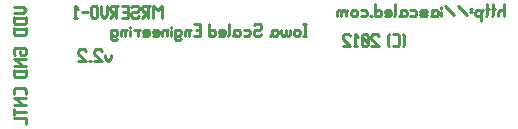
<source format=gbr>
G04 start of page 8 for group -4078 idx -4078 *
G04 Title: (unknown), bottomsilk *
G04 Creator: pcb 20110918 *
G04 CreationDate: Tue 05 Feb 2013 02:58:24 AM GMT UTC *
G04 For: railfan *
G04 Format: Gerber/RS-274X *
G04 PCB-Dimensions: 170000 48000 *
G04 PCB-Coordinate-Origin: lower left *
%MOIN*%
%FSLAX25Y25*%
%LNBOTTOMSILK*%
%ADD63C,0.0100*%
G54D63*X53000Y39500D02*Y43500D01*
X51500Y42000D01*
X50000Y43500D01*
Y39500D02*Y43500D01*
X46800D02*X48800D01*
X46800D02*X46300Y43000D01*
Y42000D02*Y43000D01*
X46800Y41500D02*X46300Y42000D01*
X46800Y41500D02*X48300D01*
Y39500D02*Y43500D01*
Y41500D02*X46300Y39500D01*
X43100Y43500D02*X42600Y43000D01*
X43100Y43500D02*X44600D01*
X45100Y43000D02*X44600Y43500D01*
X45100Y42000D02*Y43000D01*
Y42000D02*X44600Y41500D01*
X43100D02*X44600D01*
X43100D02*X42600Y41000D01*
Y40000D02*Y41000D01*
X43100Y39500D02*X42600Y40000D01*
X43100Y39500D02*X44600D01*
X45100Y40000D02*X44600Y39500D01*
X39900Y41500D02*X41400D01*
X39400Y39500D02*X41400D01*
Y43500D01*
X39400D02*X41400D01*
X36200D02*X38200D01*
X36200D02*X35700Y43000D01*
Y42000D02*Y43000D01*
X36200Y41500D02*X35700Y42000D01*
X36200Y41500D02*X37700D01*
Y39500D02*Y43500D01*
Y41500D02*X35700Y39500D01*
X34500Y40500D02*Y43500D01*
Y40500D02*X33500Y39500D01*
X32500Y40500D01*
Y43500D01*
X31300Y40000D02*Y43000D01*
X30800Y43500D01*
X29800D02*X30800D01*
X29800D02*X29300Y43000D01*
Y40000D02*Y43000D01*
X29800Y39500D02*X29300Y40000D01*
X29800Y39500D02*X30800D01*
X31300Y40000D02*X30800Y39500D01*
X26100Y41500D02*X28100D01*
X23400Y39500D02*X24400D01*
X23900D02*Y43500D01*
X24900Y42500D02*X23900Y43500D01*
X36000Y26000D02*Y27000D01*
Y26000D02*X35000Y25000D01*
X34000Y26000D01*
Y27000D01*
X32800Y28500D02*X32300Y29000D01*
X30800D02*X32300D01*
X30800D02*X30300Y28500D01*
Y27500D02*Y28500D01*
X32800Y25000D02*X30300Y27500D01*
Y25000D02*X32800D01*
X28600D02*X29100D01*
X27400Y28500D02*X26900Y29000D01*
X25400D02*X26900D01*
X25400D02*X24900Y28500D01*
Y27500D02*Y28500D01*
X27400Y25000D02*X24900Y27500D01*
Y25000D02*X27400D01*
X3500Y43000D02*X6500D01*
X7500Y42000D01*
X6500Y41000D01*
X3500D02*X6500D01*
X3500Y39300D02*X7500D01*
X3500Y37800D02*X4000Y37300D01*
X7000D01*
X7500Y37800D02*X7000Y37300D01*
X7500Y37800D02*Y39800D01*
X3500Y37800D02*Y39800D01*
Y35600D02*X7500D01*
X3500Y34100D02*X4000Y33600D01*
X7000D01*
X7500Y34100D02*X7000Y33600D01*
X7500Y34100D02*Y36100D01*
X3500Y34100D02*Y36100D01*
Y27500D02*X4000Y27000D01*
X3500Y27500D02*Y29000D01*
X4000Y29500D02*X3500Y29000D01*
X4000Y29500D02*X7000D01*
X7500Y29000D01*
Y27500D02*Y29000D01*
Y27500D02*X7000Y27000D01*
X6000D02*X7000D01*
X5500Y27500D02*X6000Y27000D01*
X5500Y27500D02*Y28500D01*
X3500Y25800D02*X7500D01*
X3500D02*X4000D01*
X6500Y23300D01*
X3500D02*X7500D01*
X3500Y21600D02*X7500D01*
X3500Y20100D02*X4000Y19600D01*
X7000D01*
X7500Y20100D02*X7000Y19600D01*
X7500Y20100D02*Y22100D01*
X3500Y20100D02*Y22100D01*
X7500Y14000D02*Y15500D01*
X7000Y16000D02*X7500Y15500D01*
X4000Y16000D02*X7000D01*
X4000D02*X3500Y15500D01*
Y14000D02*Y15500D01*
Y12800D02*X7500D01*
X3500D02*X4000D01*
X6500Y10300D01*
X3500D02*X7500D01*
X3500Y7100D02*Y9100D01*
Y8100D02*X7500D01*
X3500Y5900D02*X7500D01*
Y3900D02*Y5900D01*
X100000Y37500D02*X101000D01*
X100500Y33500D02*Y37500D01*
X100000Y33500D02*X101000D01*
X98800Y34000D02*Y35000D01*
X98300Y35500D01*
X97300D02*X98300D01*
X97300D02*X96800Y35000D01*
Y34000D02*Y35000D01*
X97300Y33500D02*X96800Y34000D01*
X97300Y33500D02*X98300D01*
X98800Y34000D02*X98300Y33500D01*
X95600Y34000D02*Y35500D01*
Y34000D02*X95100Y33500D01*
X94600D02*X95100D01*
X94600D02*X94100Y34000D01*
Y35500D01*
Y34000D02*X93600Y33500D01*
X93100D02*X93600D01*
X93100D02*X92600Y34000D01*
Y35500D01*
X89900D02*X89400Y35000D01*
X89900Y35500D02*X90900D01*
X91400Y35000D02*X90900Y35500D01*
X91400Y34000D02*Y35000D01*
Y34000D02*X90900Y33500D01*
X89400Y34000D02*Y35500D01*
Y34000D02*X88900Y33500D01*
X89900D02*X90900D01*
X89900D02*X89400Y34000D01*
X83900Y37500D02*X83400Y37000D01*
X83900Y37500D02*X85400D01*
X85900Y37000D02*X85400Y37500D01*
X85900Y36000D02*Y37000D01*
Y36000D02*X85400Y35500D01*
X83900D02*X85400D01*
X83900D02*X83400Y35000D01*
Y34000D02*Y35000D01*
X83900Y33500D02*X83400Y34000D01*
X83900Y33500D02*X85400D01*
X85900Y34000D02*X85400Y33500D01*
X80200Y35500D02*X81700D01*
X82200Y35000D02*X81700Y35500D01*
X82200Y34000D02*Y35000D01*
Y34000D02*X81700Y33500D01*
X80200D02*X81700D01*
X77500Y35500D02*X77000Y35000D01*
X77500Y35500D02*X78500D01*
X79000Y35000D02*X78500Y35500D01*
X79000Y34000D02*Y35000D01*
Y34000D02*X78500Y33500D01*
X77000Y34000D02*Y35500D01*
Y34000D02*X76500Y33500D01*
X77500D02*X78500D01*
X77500D02*X77000Y34000D01*
X75300D02*Y37500D01*
Y34000D02*X74800Y33500D01*
X71800D02*X73300D01*
X73800Y34000D02*X73300Y33500D01*
X73800Y34000D02*Y35000D01*
X73300Y35500D01*
X72300D02*X73300D01*
X72300D02*X71800Y35000D01*
Y34500D02*X73800D01*
X71800D02*Y35000D01*
X68600Y33500D02*Y37500D01*
X69100Y33500D02*X68600Y34000D01*
X69100Y33500D02*X70100D01*
X70600Y34000D02*X70100Y33500D01*
X70600Y34000D02*Y35000D01*
X70100Y35500D01*
X69100D02*X70100D01*
X69100D02*X68600Y35000D01*
X64100Y35500D02*X65600D01*
X63600Y33500D02*X65600D01*
Y37500D01*
X63600D02*X65600D01*
X61900Y33500D02*Y35000D01*
X61400Y35500D01*
X60900D02*X61400D01*
X60900D02*X60400Y35000D01*
Y33500D02*Y35000D01*
X62400Y35500D02*X61900Y35000D01*
X57700Y35500D02*X57200Y35000D01*
X57700Y35500D02*X58700D01*
X59200Y35000D02*X58700Y35500D01*
X59200Y34000D02*Y35000D01*
Y34000D02*X58700Y33500D01*
X57700D02*X58700D01*
X57700D02*X57200Y34000D01*
X59200Y32500D02*X58700Y32000D01*
X57700D02*X58700D01*
X57700D02*X57200Y32500D01*
Y35500D01*
X56000Y36000D02*Y36500D01*
Y33500D02*Y35000D01*
X54500Y33500D02*Y35000D01*
X54000Y35500D01*
X53500D02*X54000D01*
X53500D02*X53000Y35000D01*
Y33500D02*Y35000D01*
X55000Y35500D02*X54500Y35000D01*
X49800Y33500D02*X51300D01*
X51800Y34000D02*X51300Y33500D01*
X51800Y34000D02*Y35000D01*
X51300Y35500D01*
X50300D02*X51300D01*
X50300D02*X49800Y35000D01*
Y34500D02*X51800D01*
X49800D02*Y35000D01*
X46600Y33500D02*X48100D01*
X48600Y34000D02*X48100Y33500D01*
X48600Y34000D02*Y35000D01*
X48100Y35500D01*
X47100D02*X48100D01*
X47100D02*X46600Y35000D01*
Y34500D02*X48600D01*
X46600D02*Y35000D01*
X44900Y33500D02*Y35000D01*
X44400Y35500D01*
X43400D02*X44400D01*
X45400D02*X44900Y35000D01*
X42200Y36000D02*Y36500D01*
Y33500D02*Y35000D01*
X40700Y33500D02*Y35000D01*
X40200Y35500D01*
X39700D02*X40200D01*
X39700D02*X39200Y35000D01*
Y33500D02*Y35000D01*
X41200Y35500D02*X40700Y35000D01*
X36500Y35500D02*X36000Y35000D01*
X36500Y35500D02*X37500D01*
X38000Y35000D02*X37500Y35500D01*
X38000Y34000D02*Y35000D01*
Y34000D02*X37500Y33500D01*
X36500D02*X37500D01*
X36500D02*X36000Y34000D01*
X38000Y32500D02*X37500Y32000D01*
X36500D02*X37500D01*
X36500D02*X36000Y32500D01*
Y35500D01*
X167000Y40000D02*Y44000D01*
Y41500D02*X166500Y42000D01*
X165500D02*X166500D01*
X165500D02*X165000Y41500D01*
Y40000D02*Y41500D01*
X163300Y40500D02*Y44000D01*
Y40500D02*X162800Y40000D01*
Y42500D02*X163800D01*
X161300Y40500D02*Y44000D01*
Y40500D02*X160800Y40000D01*
Y42500D02*X161800D01*
X159300Y38500D02*Y41500D01*
X159800Y42000D02*X159300Y41500D01*
X158800Y42000D01*
X157800D02*X158800D01*
X157800D02*X157300Y41500D01*
Y40500D02*Y41500D01*
X157800Y40000D02*X157300Y40500D01*
X157800Y40000D02*X158800D01*
X159300Y40500D02*X158800Y40000D01*
X155600Y42500D02*X156100D01*
X155600Y41500D02*X156100D01*
X154400Y40500D02*X151400Y43500D01*
X150200Y40500D02*X147200Y43500D01*
X146000Y42500D02*Y43000D01*
Y40000D02*Y41500D01*
X143500Y42000D02*X143000Y41500D01*
X143500Y42000D02*X144500D01*
X145000Y41500D02*X144500Y42000D01*
X145000Y40500D02*Y41500D01*
Y40500D02*X144500Y40000D01*
X143000Y40500D02*Y42000D01*
Y40500D02*X142500Y40000D01*
X143500D02*X144500D01*
X143500D02*X143000Y40500D01*
X139300Y40000D02*X140800D01*
X139300D02*X138800Y40500D01*
X139300Y41000D02*X138800Y40500D01*
X139300Y41000D02*X140800D01*
X141300Y41500D02*X140800Y41000D01*
X141300Y41500D02*X140800Y42000D01*
X139300D02*X140800D01*
X139300D02*X138800Y41500D01*
X141300Y40500D02*X140800Y40000D01*
X135600Y42000D02*X137100D01*
X137600Y41500D02*X137100Y42000D01*
X137600Y40500D02*Y41500D01*
Y40500D02*X137100Y40000D01*
X135600D02*X137100D01*
X132900Y42000D02*X132400Y41500D01*
X132900Y42000D02*X133900D01*
X134400Y41500D02*X133900Y42000D01*
X134400Y40500D02*Y41500D01*
Y40500D02*X133900Y40000D01*
X132400Y40500D02*Y42000D01*
Y40500D02*X131900Y40000D01*
X132900D02*X133900D01*
X132900D02*X132400Y40500D01*
X130700D02*Y44000D01*
Y40500D02*X130200Y40000D01*
X127200D02*X128700D01*
X129200Y40500D02*X128700Y40000D01*
X129200Y40500D02*Y41500D01*
X128700Y42000D01*
X127700D02*X128700D01*
X127700D02*X127200Y41500D01*
Y41000D02*X129200D01*
X127200D02*Y41500D01*
X124000Y40000D02*Y44000D01*
X124500Y40000D02*X124000Y40500D01*
X124500Y40000D02*X125500D01*
X126000Y40500D02*X125500Y40000D01*
X126000Y40500D02*Y41500D01*
X125500Y42000D01*
X124500D02*X125500D01*
X124500D02*X124000Y41500D01*
X122300Y40000D02*X122800D01*
X119100Y42000D02*X120600D01*
X121100Y41500D02*X120600Y42000D01*
X121100Y40500D02*Y41500D01*
Y40500D02*X120600Y40000D01*
X119100D02*X120600D01*
X117900Y40500D02*Y41500D01*
X117400Y42000D01*
X116400D02*X117400D01*
X116400D02*X115900Y41500D01*
Y40500D02*Y41500D01*
X116400Y40000D02*X115900Y40500D01*
X116400Y40000D02*X117400D01*
X117900Y40500D02*X117400Y40000D01*
X114200D02*Y41500D01*
X113700Y42000D01*
X113200D02*X113700D01*
X113200D02*X112700Y41500D01*
Y40000D02*Y41500D01*
X112200Y42000D01*
X111700D02*X112200D01*
X111700D02*X111200Y41500D01*
Y40000D02*Y41500D01*
X114700Y42000D02*X114200Y41500D01*
X133586Y30500D02*X133086Y30000D01*
X133586Y33500D02*X133086Y34000D01*
X133586Y30500D02*Y33500D01*
X129886Y30000D02*X131386D01*
X131886Y30500D02*X131386Y30000D01*
X131886Y30500D02*Y33500D01*
X131386Y34000D01*
X129886D02*X131386D01*
X128686D02*X128186Y33500D01*
Y30500D02*Y33500D01*
X128686Y30000D02*X128186Y30500D01*
X125186Y33500D02*X124686Y34000D01*
X123186D02*X124686D01*
X123186D02*X122686Y33500D01*
Y32500D02*Y33500D01*
X125186Y30000D02*X122686Y32500D01*
Y30000D02*X125186D01*
X121486Y30500D02*X120986Y30000D01*
X121486Y30500D02*Y33500D01*
X120986Y34000D01*
X119986D02*X120986D01*
X119986D02*X119486Y33500D01*
Y30500D02*Y33500D01*
X119986Y30000D02*X119486Y30500D01*
X119986Y30000D02*X120986D01*
X121486Y31000D02*X119486Y33000D01*
X116786Y30000D02*X117786D01*
X117286D02*Y34000D01*
X118286Y33000D02*X117286Y34000D01*
X115586Y33500D02*X115086Y34000D01*
X113586D02*X115086D01*
X113586D02*X113086Y33500D01*
Y32500D02*Y33500D01*
X115586Y30000D02*X113086Y32500D01*
Y30000D02*X115586D01*
M02*

</source>
